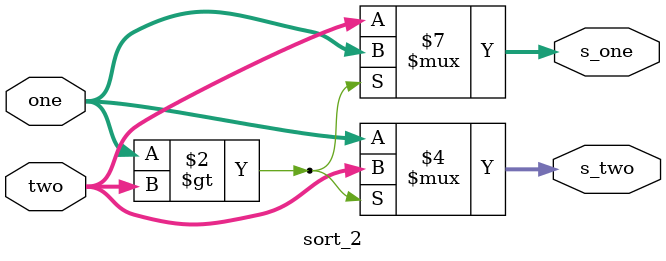
<source format=v>
module check_winner(clk, rst, check_the_winner, P1C1, P1C2, P2C1, P2C2, flop, turn, river, checked, winner_done, actions_from_last_betting_round, player_wins);
input clk, rst;
input [5:0]P1C1, P1C2, P2C1, P2C2, turn, river; // cards
input [17:0]flop;
input check_the_winner; // request to check if there is a winner
output winner_done; // signal goes high to indicate winner
reg winner_done;
output checked; // signal to indicate when winner has been picked
reg checked;
output [1:0]player_wins;
reg [1:0]player_wins;
reg [1:0]player_winner;

input [5:0]actions_from_last_betting_round;

reg done_fold_check;
reg done_hand_check;

reg[2:0] S, NS;
parameter 
WAIT = 3'b000,
CHECK_ACTIONS = 3'b001,
CHECK_HANDS = 3'b010,
S_WINNER_DONE = 3'b011,
INITIALIZE = 3'b100;

parameter // Note 000 reserved for no action
NO_ACTION = 3'b000,
FOLD = 3'b001,
CHECK = 3'b010,
BET = 3'b110,
RAISE = 3'b111,
ALL_IN = 3'b011;

parameter 
ID_PLAYER1 = 2'b01,
ID_PLAYER2 = 2'b10,
NOTHING = 2'b00,
DRAW = 2'b11;

always @(S or check_the_winner or done_fold_check or done_hand_check)
begin
	case (S)
		WAIT:
		begin
			if (check_the_winner == 1'b1)
			begin
				NS = INITIALIZE;
			end
			else
			begin
				NS = WAIT;
			end
		end
		INITIALIZE:
		begin
			NS = CHECK_ACTIONS;
		end
		CHECK_ACTIONS:
		begin
			if (done_fold_check == 1'b1)
			begin
				NS = CHECK_HANDS;
			end
			else if (done_hand_check == 1'b1)
			begin
				NS = S_WINNER_DONE;
			end
			else
			begin
				NS = CHECK_ACTIONS;
			end
		end
		CHECK_HANDS:
		begin
			if (done_hand_check == 1'b1)
			begin
				NS = S_WINNER_DONE;
			end
			else
			begin
				NS = CHECK_HANDS;
			end
		end
		S_WINNER_DONE:
		begin
			NS = WAIT;
		end
		default:
			NS = WAIT;
	endcase
end

always @(posedge clk or negedge rst)
begin
	if (rst == 1'b0)
		S <= WAIT;
	else
		S <= NS;
end

always @(posedge clk or negedge rst)
begin
	if (rst == 1'b0)
	begin
		done_fold_check <= 1'b0;
		done_hand_check <= 1'b0;
		checked <= 1'b0;
		winner_done <= 1'b0;
		player_wins <= NOTHING;
	end
	else
	begin
		case (S)
			WAIT:
			begin
				checked <= 1'b0;
				done_fold_check <= 1'b0;
				done_hand_check <= 1'b0;
				winner_done <= 1'b0;
			end
			INITIALIZE:
			begin
				player_wins <= NOTHING;
			end
			CHECK_ACTIONS:
			begin
				if (actions_from_last_betting_round[2:0] == FOLD)
				begin
					done_hand_check <= 1'b1;
					done_fold_check <= 1'b0;
					player_wins <= ID_PLAYER2; // PLAYER 2 wins
				end
				else if (actions_from_last_betting_round[5:3] == FOLD)
				begin
					done_hand_check <= 1'b1;
					done_fold_check <= 1'b0;
					player_wins <= ID_PLAYER1; // PLAYER 1 wins
				end
				else 
				begin
					done_hand_check <= 1'b0;
					done_fold_check <= 1'b1;
				end
			end
			CHECK_HANDS:
			begin
				done_fold_check <= 1'b0;
				done_hand_check <= 1'b1;
				if (river != 6'b000000)
					player_wins <= player_winner;
				else
					player_wins <= NOTHING;
			end
			S_WINNER_DONE:
			begin
				checked <= 1'b1;

				if (player_wins == ID_PLAYER1 || player_wins == ID_PLAYER2 || player_wins == DRAW)
				begin
					winner_done <= 1'b1;
				end
			end
		endcase
	end
end

wire [5:0]player1_card_one, player1_card_two, player1_card_three, player1_card_four, player1_card_five, player1_card_six, player1_card_seven;
wire [5:0]player2_card_one, player2_card_two, player2_card_three, player2_card_four, player2_card_five, player2_card_six, player2_card_seven;

/* sort the cards */
sort_cards player1(P1C1, P1C2, flop[5:0], flop[11:6], flop[17:12], turn, river, player1_card_one, player1_card_two, player1_card_three, player1_card_four, player1_card_five, player1_card_six, player1_card_seven);
sort_cards player2(P2C1, P2C2, flop[5:0], flop[11:6], flop[17:12], turn, river, player2_card_one, player2_card_two, player2_card_three, player2_card_four, player2_card_five, player2_card_six, player2_card_seven);

wire p1_flush;
wire[3:0] p1_flush_card_value1, p1_flush_card_value2, p1_flush_card_value3, p1_flush_card_value4, p1_flush_card_value5;
wire p2_flush;
wire[3:0] p2_flush_card_value1, p2_flush_card_value2, p2_flush_card_value3, p2_flush_card_value4, p2_flush_card_value5;
// find flush 
find_flush find_a_flush_for_player1(player1_card_one, player1_card_two, player1_card_three, player1_card_four, player1_card_five, player1_card_six, player1_card_seven, p1_flush, p1_flush_card_value1, p1_flush_card_value2, p1_flush_card_value3, p1_flush_card_value4, p1_flush_card_value5);
find_flush find_a_flush_for_player2(player2_card_one, player2_card_two, player2_card_three, player2_card_four, player2_card_five, player2_card_six, player2_card_seven, p2_flush, p2_flush_card_value1, p2_flush_card_value2, p2_flush_card_value3, p2_flush_card_value4, p2_flush_card_value5);

wire p1_full;
wire[3:0] p1_full_three_card_value;
wire[3:0] p1_full_two_card_value;
wire p2_full;
wire[3:0] p2_full_three_card_value;
wire[3:0] p2_full_two_card_value;
// find full house 
find_full_house find_full_for_player1(player1_card_one, player1_card_two, player1_card_three, player1_card_four, player1_card_five, player1_card_six, player1_card_seven, p1_full, p1_full_three_card_value, p1_full_two_card_value);
find_full_house find_full_for_player2(player2_card_one, player2_card_two, player2_card_three, player2_card_four, player2_card_five, player2_card_six, player2_card_seven, p2_full, p2_full_three_card_value, p2_full_two_card_value);

wire p1_four;
wire[3:0] p1_four_card_value;
wire p2_four;
wire[3:0] p2_four_card_value;
// find four of a kind 
find_four_of_a_kind find_four_for_player1(player1_card_one, player1_card_two, player1_card_three, player1_card_four, player1_card_five, player1_card_six, player1_card_seven, p1_four, p1_four_card_value);
find_four_of_a_kind find_four_for_player2(player2_card_one, player2_card_two, player2_card_three, player2_card_four, player2_card_five, player2_card_six, player2_card_seven, p2_four, p2_four_card_value);

wire p1_run, p1_run_flush;
wire[3:0] p1_run_card_value;
wire p2_run, p2_run_flush;
wire[3:0] p2_run_card_value;
// find run and highest card in run 
find_run find_a_run_for_player1(player1_card_one, player1_card_two, player1_card_three, player1_card_four, player1_card_five, player1_card_six, player1_card_seven, p1_run, p1_run_flush, p1_run_card_value);
find_run find_a_run_for_player2(player2_card_one, player2_card_two, player2_card_three, player2_card_four, player2_card_five, player2_card_six, player2_card_seven, p2_run, p2_run_flush, p2_run_card_value);


wire p1_three;
wire[3:0] p1_three_card_value;
wire[3:0] p1_three_kicker1, p1_three_kicker2;
wire p2_three;
wire[3:0] p2_three_card_value;
wire[3:0] p2_three_kicker1, p2_three_kicker2;
// find three of a kind 
find_three_of_a_kind find_three_for_player1(player1_card_one, player1_card_two, player1_card_three, player1_card_four, player1_card_five, player1_card_six, player1_card_seven, p1_three, p1_three_card_value, p1_three_kicker1, p1_three_kicker2);
find_three_of_a_kind find_three_for_player2(player2_card_one, player2_card_two, player2_card_three, player2_card_four, player2_card_five, player2_card_six, player2_card_seven, p2_three, p2_three_card_value, p2_three_kicker1, p2_three_kicker2);

wire p1_2pair;
wire[3:0]p1_2pair1_card_value, p1_2pair2_card_value, p1_kicker;
wire p2_2pair;
wire[3:0]p2_2pair1_card_value, p2_2pair2_card_value, p2_kicker;
// find 2 pair 
find_two_pair find_2_pair_player1(player1_card_one, player1_card_two, player1_card_three, player1_card_four, player1_card_five, player1_card_six, player1_card_seven, p1_2pair, p1_2pair1_card_value, p1_2pair2_card_value, p1_kicker);
find_two_pair find_2_pair_player2(player2_card_one, player2_card_two, player2_card_three, player2_card_four, player2_card_five, player2_card_six, player2_card_seven, p2_2pair, p2_2pair1_card_value, p2_2pair2_card_value, p2_kicker);

wire p1_pair;
wire[3:0]p1_pair1_card_value, p1_kicker1, p1_kicker2, p1_kicker3;
wire p2_pair;
wire[3:0]p2_pair1_card_value, p2_kicker1, p2_kicker2, p2_kicker3;
// find pair 
find_pair_hand find_pair_player1(player1_card_one, player1_card_two, player1_card_three, player1_card_four, player1_card_five, player1_card_six, player1_card_seven, p1_pair, p1_pair1_card_value, p1_kicker1, p1_kicker2, p1_kicker3);
find_pair_hand find_pair_player2(player2_card_one, player2_card_two, player2_card_three, player2_card_four, player2_card_five, player2_card_six, player2_card_seven, p2_pair, p2_pair1_card_value, p2_kicker1, p2_kicker2, p2_kicker3);

always @(
player1_card_one or player1_card_two or player1_card_three or player1_card_four or player1_card_five or
player2_card_one or player2_card_two or player2_card_three or player2_card_four or player2_card_five or
p1_full or p1_full_three_card_value or p1_full_two_card_value or p2_full or p2_full_three_card_value or p2_full_two_card_value or 
p1_four or p1_four_card_value or p2_four or p2_four_card_value or 
p1_flush or p1_flush_card_value1 or p1_flush_card_value2 or p1_flush_card_value3 or p1_flush_card_value4 or p1_flush_card_value5 or 
p2_flush or p2_flush_card_value1 or p2_flush_card_value2 or p2_flush_card_value3 or p2_flush_card_value4 or p2_flush_card_value5 or 
p1_2pair or p1_2pair1_card_value or p1_2pair2_card_value or p1_kicker or p2_2pair or p2_2pair1_card_value or p2_2pair2_card_value or p2_kicker or 
p1_pair or p1_pair1_card_value or p1_kicker1 or p1_kicker2 or p1_kicker3 or p2_pair or p2_pair1_card_value or p2_kicker1 or p2_kicker2 or p2_kicker3 or 
p1_three or p1_three_card_value or p2_three or p2_three_card_value or p1_three_kicker1 or p1_three_kicker2 or p2_three_kicker1 or p2_three_kicker2 or
p1_run or p1_run_flush or p2_run_flush or p1_run_card_value or p2_run or p2_run_card_value)
begin
	// FLUSH STRAIGHT 
	if (p1_run_flush == 1'b1)
	begin
		if (p2_run_flush == 1'b1)
		begin
			if (p1_run_card_value > p2_run_card_value)
			begin
				player_winner = ID_PLAYER1;
			end
			else if (p2_run_card_value > p1_run_card_value)
			begin
				player_winner = ID_PLAYER2;
			end
			else
			begin
				player_winner = DRAW;
			end
		end
		else
		begin
			player_winner = ID_PLAYER1;
		end
	end
	else if (p2_run_flush == 1'b1)
	begin
		player_winner = ID_PLAYER2;
	end
	// FOUR OF A KIND 
	else if (p1_four == 1'b1)
	begin
		if (p2_four == 1'b1)
		begin
			if (p1_four_card_value > p2_four_card_value)
			begin
				player_winner = ID_PLAYER1;
			end
			else if (p2_four_card_value > p1_four_card_value)
			begin
				player_winner = ID_PLAYER2;
			end
			else
			begin
				player_winner = DRAW;
			end
		end
		else
		begin
			player_winner = ID_PLAYER1;
		end
	end
	else if (p2_four == 1'b1)
	begin
		player_winner = ID_PLAYER2;
	end
	// FULL HOUSE LOGIC 
	else if (p1_full == 1'b1)
	begin
		if (p2_full == 1'b1)
		begin
			if (p1_full_three_card_value > p2_full_three_card_value)
			begin
				player_winner = ID_PLAYER1;
			end
			else if (p2_full_three_card_value > p1_full_three_card_value)
			begin
				player_winner = ID_PLAYER2;
			end
			else
			begin
				if (p1_full_two_card_value > p2_full_two_card_value)
				begin
					player_winner = ID_PLAYER1;
				end
				else if (p2_full_two_card_value > p1_full_two_card_value)
				begin
					player_winner = ID_PLAYER2;
				end
				else
				begin
					player_winner = DRAW;
				end
			end
		end
		else
		begin
			player_winner = ID_PLAYER1;
		end
	end
	else if (p2_full == 1'b1)
	begin
		player_winner = ID_PLAYER2;
	end
	// FLUSH 
	else if (p1_flush == 1'b1)
	begin
		if (p2_flush == 1'b1)
		begin
			if (p1_flush_card_value1 > p2_flush_card_value1)
			begin
				player_winner = ID_PLAYER1;
			end
			else if (p2_flush_card_value1 > p1_flush_card_value1)
			begin
				player_winner = ID_PLAYER2;
			end
			else
			begin
				if (p1_flush_card_value2 > p2_flush_card_value2)
				begin
					player_winner = ID_PLAYER1;
				end
				else if (p2_flush_card_value2 > p1_flush_card_value2)
				begin
					player_winner = ID_PLAYER2;
				end
				else
				begin
					if (p1_flush_card_value3 > p2_flush_card_value3)
					begin
						player_winner = ID_PLAYER1;
					end
					else if (p2_flush_card_value3 > p1_flush_card_value3)
					begin
						player_winner = ID_PLAYER2;
					end
					else
					begin
						if (p1_flush_card_value4 > p2_flush_card_value4)
						begin
							player_winner = ID_PLAYER1;
						end
						else if (p2_flush_card_value4 > p1_flush_card_value4)
						begin
							player_winner = ID_PLAYER2;
						end
						else
						begin
							if (p1_flush_card_value5 > p2_flush_card_value5)
							begin
								player_winner = ID_PLAYER1;
							end
							else if (p2_flush_card_value5 > p1_flush_card_value5)
							begin
								player_winner = ID_PLAYER2;
							end
							else
							begin
								player_winner = DRAW;
							end
						end
			
					end
				end
	
			end
		end
		else
		begin
			player_winner = ID_PLAYER1;
		end
	end
	else if (p2_flush == 1'b1)
	begin
		player_winner = ID_PLAYER2;
	end
	// STRAIGHT 
	else if (p1_run == 1'b1)
	begin
		if (p2_run == 1'b1)
		begin
			if (p1_run_card_value > p2_run_card_value)
			begin
				player_winner = ID_PLAYER1;
			end
			else if (p2_run_card_value > p1_run_card_value)
			begin
				player_winner = ID_PLAYER2;
			end
			else
			begin
				player_winner = DRAW;
			end
		end
		else
		begin
			player_winner = ID_PLAYER1;
		end
	end
	else if (p2_run == 1'b1)
	begin
		player_winner = ID_PLAYER2;
	end
	// THREE OF A KIND 
	else if (p1_three == 1'b1)
	begin
		if (p2_three == 1'b1)
		begin
			if (p1_three_card_value > p2_three_card_value)
			begin
				player_winner = ID_PLAYER1;
			end
			else if (p2_three_card_value > p1_three_card_value)
			begin
				player_winner = ID_PLAYER2;
			end
			else
			begin
				if (p1_three_kicker1 > p2_three_kicker1)
				begin
					player_winner = ID_PLAYER1;
				end
				else if (p2_three_kicker1 > p1_three_kicker1)
				begin
					player_winner = ID_PLAYER2;
				end
				else
				begin
					if (p1_three_kicker2 > p2_three_kicker2)
					begin
						player_winner = ID_PLAYER1;
					end
					else if (p2_three_kicker2 > p1_three_kicker2)
					begin
						player_winner = ID_PLAYER2;
					end
					else
					begin
						player_winner = DRAW;
					end
				end
			end
		end
		else
		begin
			player_winner = ID_PLAYER1;
		end
	end
	else if (p2_three == 1'b1)
	begin
		player_winner = ID_PLAYER2;
	end
	// TWO PAIR 
	else if (p1_2pair == 1'b1)
	begin
		if (p2_2pair == 1'b1)
		begin
			if (p1_2pair1_card_value > p2_2pair1_card_value)
			begin
				player_winner = ID_PLAYER1;
			end
			else if (p2_2pair1_card_value > p1_2pair1_card_value)
			begin
				player_winner = ID_PLAYER2;
			end
			else
			begin
				if (p1_2pair2_card_value > p2_2pair2_card_value)
				begin
					player_winner = ID_PLAYER1;
				end
				else if (p2_2pair2_card_value > p1_2pair2_card_value)
				begin
					player_winner = ID_PLAYER2;
				end
				else
				begin
					if (p1_kicker > p2_kicker)
					begin
						player_winner = ID_PLAYER1;
					end
					else if (p2_kicker > p1_kicker)
					begin
						player_winner = ID_PLAYER2;
					end
					else
					begin
						player_winner = DRAW;
					end
				end
			end
		end
		else
		begin
			player_winner = ID_PLAYER1;
		end
	end
	else if (p2_2pair == 1'b1)
	begin
		player_winner = ID_PLAYER2;
	end
	// pair 
	else if (p1_pair == 1'b1)
	begin
		if (p2_pair == 1'b1)
		begin
			if (p1_pair1_card_value > p2_pair1_card_value)
			begin
				player_winner = ID_PLAYER1;
			end
			else if (p2_pair1_card_value > p1_pair1_card_value)
			begin
				player_winner = ID_PLAYER2;
			end
			else
			begin
				if (p1_kicker1 > p2_kicker1)
				begin
					player_winner = ID_PLAYER1;
				end
				else if (p2_kicker1 > p1_kicker1)
				begin
					player_winner = ID_PLAYER2;
				end
				else
				begin
					if (p1_kicker2 > p2_kicker2)
					begin
						player_winner = ID_PLAYER1;
					end
					else if (p2_kicker2 > p1_kicker2)
					begin
						player_winner = ID_PLAYER2;
					end
					else
					begin
						if (p1_kicker3 > p2_kicker3)
						begin
							player_winner = ID_PLAYER1;
						end
						else if (p2_kicker3 > p1_kicker3)
						begin
							player_winner = ID_PLAYER2;
						end
						else
						begin
							player_winner = DRAW;
						end
			
					end
				end
	
			end
		end
		else
		begin
			player_winner = ID_PLAYER1;
		end
	end
	else if (p2_pair == 1'b1)
	begin
		player_winner = ID_PLAYER2;
	end
	// HIGH CARD
	else
	begin
		if (player1_card_one > player2_card_one)
		begin
			player_winner = ID_PLAYER1;
		end
		else if (player2_card_one > player1_card_one)
		begin
			player_winner = ID_PLAYER2;
		end
		else
		begin
			if (player1_card_two > player2_card_two)
			begin
				player_winner = ID_PLAYER1;
			end
			else if (player2_card_two > player1_card_two)
			begin
				player_winner = ID_PLAYER2;
			end
			else
			begin
				if (player1_card_three > player2_card_three)
				begin
					player_winner = ID_PLAYER1;
				end
				else if (player2_card_three > player1_card_three)
				begin
					player_winner = ID_PLAYER2;
				end
				else
				begin
					if (player1_card_four > player2_card_four)
					begin
						player_winner = ID_PLAYER1;
					end
					else if (player2_card_four > player1_card_four)
					begin
						player_winner = ID_PLAYER2;
					end
					else
					begin
						if (player1_card_five > player2_card_five)
						begin
							player_winner = ID_PLAYER1;
						end
						else if (player2_card_five > player1_card_five)
						begin
							player_winner = ID_PLAYER2;
						end
						else
						begin
							player_winner = DRAW;
						end
					end
				end
			end
		end
	end
end

endmodule

/*-----------------------------------------------------------
-------------------------------------------------------------
find_pair_hand
-------------------------------------------------------------
-----------------------------------------------------------*/
module find_pair_hand(one, two, three, four, five, six, seven, found, pair1_card_value, kicker1, kicker2, kicker3);
input [5:0]one, two, three, four, five, six, seven; 
output found;
output [3:0]pair1_card_value;
output [3:0]kicker1, kicker2, kicker3;
wire found;
wire [3:0]pair1_card_value;
reg [3:0]kicker1, kicker2, kicker3;

wire [3:0]n_one, n_two, n_three, n_four, n_five, n_six, n_seven; 
wire [3:0]o_one, o_two, o_three, o_four, o_five, o_six, o_seven; 
wire [3:0]p_one, p_two, p_three, p_four, p_five, p_six, p_seven; 

find_pair find_pair1(one, two, three, four, five, six, seven, found, pair1_card_value);

// remove the pair
assign p_one = (pair1_card_value == one[3:0]) ? 4'b0000 : one[3:0];
assign p_two = (pair1_card_value == two[3:0]) ? 4'b0000 : two[3:0];
assign p_three = (pair1_card_value == three[3:0]) ? 4'b0000 : three[3:0];
assign p_four = (pair1_card_value == four[3:0]) ? 4'b0000 : four[3:0];
assign p_five = (pair1_card_value == five[3:0]) ? 4'b0000 : five[3:0];
assign p_six = (pair1_card_value == six[3:0]) ? 4'b0000 : six[3:0];
assign p_seven = (pair1_card_value == seven[3:0]) ? 4'b0000 : seven[3:0];

assign n_one = (kicker1 == one[3:0]) ? 4'b0000 : one[3:0];
assign n_two = (kicker1 == two[3:0]) ? 4'b0000 : two[3:0];
assign n_three = (kicker1 == three[3:0]) ? 4'b0000 : three[3:0];
assign n_four = (kicker1 == four[3:0]) ? 4'b0000 : four[3:0];
assign n_five = (kicker1 == five[3:0]) ? 4'b0000 : five[3:0];
assign n_six = (kicker1 == six[3:0]) ? 4'b0000 : six[3:0];
assign n_seven = (kicker1 == seven[3:0]) ? 4'b0000 : seven[3:0];

assign o_one = (kicker2 == one[3:0]) ? 4'b0000 : one[3:0];
assign o_two = (kicker2 == two[3:0]) ? 4'b0000 : two[3:0];
assign o_three = (kicker2 == three[3:0]) ? 4'b0000 : three[3:0];
assign o_four = (kicker2 == four[3:0]) ? 4'b0000 : four[3:0];
assign o_five = (kicker2 == five[3:0]) ? 4'b0000 : five[3:0];
assign o_six = (kicker2 == six[3:0]) ? 4'b0000 : six[3:0];
assign o_seven = (kicker2 == seven[3:0]) ? 4'b0000 : seven[3:0];

always @(found or one or two or three or four or five or six or seven or 
n_one or  n_two or  n_three or  n_four or  n_five or  n_six or  n_seven or  
o_one or  o_two or  o_three or  o_four or  o_five or  o_six or  o_seven or  
p_one or  p_two or  p_three or  p_four or  p_five or  p_six or  p_seven) 
begin
	if (found == 1'b1)
	begin
		if (p_one != 4'b0000)
		begin
			kicker1 = one[3:0];
		end
		else if (p_two != 4'b0000)
		begin
			kicker1 = two[3:0];
		end
		else if (p_three != 4'b0000)
		begin
			kicker1 = three[3:0];
		end
		else if (p_four != 4'b0000)
		begin
			kicker1 = four[3:0];
		end
		else if (p_five != 4'b0000)
		begin
			kicker1 = five[3:0];
		end
		else if (p_six != 4'b0000)
		begin
			kicker1 = six[3:0];
		end
		else if (p_seven != 4'b0000)
		begin
			kicker1 = seven[3:0];
		end
		else
			kicker1 = 4'b0000;

		if (n_one != 4'b0000)
		begin
			kicker2 = one[3:0];
		end
		else if (n_two != 4'b0000)
		begin
			kicker2 = two[3:0];
		end
		else if (n_three != 4'b0000)
		begin
			kicker2 = three[3:0];
		end
		else if (n_four != 4'b0000)
		begin
			kicker2 = four[3:0];
		end
		else if (n_five != 4'b0000)
		begin
			kicker2 = five[3:0];
		end
		else if (n_six != 4'b0000)
		begin
			kicker2 = six[3:0];
		end
		else if (n_seven != 4'b0000)
		begin
			kicker2 = seven[3:0];
		end
		else
			kicker2 = 4'b0000;

		if (o_one != 4'b0000)
		begin
			kicker3 = one[3:0];
		end
		else if (o_two != 4'b0000)
		begin
			kicker3 = two[3:0];
		end
		else if (o_three != 4'b0000)
		begin
			kicker3 = three[3:0];
		end
		else if (o_four != 4'b0000)
		begin
			kicker3 = four[3:0];
		end
		else if (o_five != 4'b0000)
		begin
			kicker3 = five[3:0];
		end
		else if (o_six != 4'b0000)
		begin
			kicker3 = six[3:0];
		end
		else if (o_seven != 4'b0000)
		begin
			kicker3 = seven[3:0];
		end
		else
			kicker3 = 4'b0000;
	end
	else
	begin
		kicker1 = 4'b0000;
		kicker2 = 4'b0000;
		kicker3 = 4'b0000;
	end
end

endmodule

/*-----------------------------------------------------------
-------------------------------------------------------------
find_pair
-------------------------------------------------------------
-----------------------------------------------------------*/
module find_pair(one, two, three, four, five, six, seven, found, card_value);
input [5:0]one, two, three, four, five, six, seven; 
output found;
output [3:0]card_value;
reg found;
reg [3:0]card_value;

wire [3:0]m_one, m_two, m_three, m_four, m_five, m_six, m_seven; 

assign m_one = one[3:0];
assign m_two = two[3:0];
assign m_three = three[3:0];
assign m_four = four[3:0];
assign m_five = five[3:0];
assign m_six = six[3:0];
assign m_seven = seven[3:0];

always @(one or two or three or four or five or six or seven or 
m_one or  m_two or  m_three or  m_four or  m_five or  m_six or  m_seven)
begin
	if (m_one == m_two)
	begin
		card_value = one[3:0];
		found = 1'b1;
	end
	else if (m_two == m_three)
	begin
		card_value = two[3:0];
		found = 1'b1;
	end
	else if (m_three == m_four)
	begin
		card_value = three[3:0];
		found = 1'b1;
	end
	else if (m_four == m_five)
	begin
		card_value = four[3:0];
		found = 1'b1;
	end
	else if (m_five == m_six)
	begin
		card_value = five[3:0];
		found = 1'b1;
	end
	else if (m_six == m_seven)
	begin
		card_value = six[3:0];
		found = 1'b1;
	end
	else
	begin
		card_value = 4'b0000;
		found = 1'b0;
	end

end

endmodule
	
/*-----------------------------------------------------------
-------------------------------------------------------------
find_two_pair
-------------------------------------------------------------
-----------------------------------------------------------*/
module find_two_pair(one, two, three, four, five, six, seven, found, pair1_card_value, pair2_card_value, kicker);
input [5:0]one, two, three, four, five, six, seven; 
output found;
output [3:0]pair1_card_value;
output [3:0]pair2_card_value;
output [3:0]kicker;
reg found;
wire [3:0]pair1_card_value;
wire [3:0]pair2_card_value;
reg [3:0]kicker;

wire [3:0]m_one, m_two, m_three, m_four, m_five, m_six, m_seven; 
wire [3:0]n_one, n_two, n_three, n_four, n_five, n_six, n_seven; 

assign m_one = one[3:0];
assign m_two = two[3:0];
assign m_three = three[3:0];
assign m_four = four[3:0];
assign m_five = five[3:0];
assign m_six = six[3:0];
assign m_seven = seven[3:0];

wire pair1;
wire pair2;

find_pair find_pair1({2'b00, m_one}, {2'b00, m_two}, {2'b00, m_three}, {2'b00, m_four}, {2'b00, m_five}, {2'b00, m_six}, {2'b00, m_seven}, pair1, pair1_card_value);

// remove the pair
assign n_one = (pair1_card_value == one[3:0]) ? 4'b0000 : one[3:0];
assign n_two = (pair1_card_value == two[3:0]) ? 4'b0000 : two[3:0];
assign n_three = (pair1_card_value == three[3:0]) ? 4'b0000 : three[3:0];
assign n_four = (pair1_card_value == four[3:0]) ? 4'b0000 : four[3:0];
assign n_five = (pair1_card_value == five[3:0]) ? 4'b0000 : five[3:0];
assign n_six = (pair1_card_value == six[3:0]) ? 4'b0000 : six[3:0];
assign n_seven = (pair1_card_value == seven[3:0]) ? 4'b0000 :seven[3:0];

find_pair find_pair2({2'b00, n_one}, {2'b00, n_two}, {2'b00, n_three}, {2'b00, n_four}, {2'b00, n_five}, {2'b00, n_six}, {2'b00, n_seven}, pair2, pair2_card_value);

always @(one or two or three or four or five or six or seven or
pair1 or pair2 or pair1_card_value or pair2_card_value) 
begin
	if (pair1 == 1'b1 && pair2 == 1'b1)
	begin
		if (pair1_card_value != one[3:0] && pair2_card_value != one[3:0])
		begin
			found = 1'b1;
			kicker = one[3:0];
		end
		else if (pair1_card_value != two[3:0] && pair2_card_value != two[3:0])	
		begin
			found = 1'b1;
			kicker = two[3:0];
		end
		else if (pair1_card_value != three[3:0] && pair2_card_value != three[3:0])	
		begin
			found = 1'b1;
			kicker = three[3:0];
		end
		else if (pair1_card_value != four[3:0] && pair2_card_value != four[3:0])	
		begin
			found = 1'b1;
			kicker = four[3:0];
		end
		else if (pair1_card_value != five[3:0] && pair2_card_value != five[3:0])	
		begin
			found = 1'b1;
			kicker = five[3:0];
		end
		else if (pair1_card_value != six[3:0] && pair2_card_value != six[3:0])	
		begin
			found = 1'b1;
			kicker = six[3:0];
		end
		else if (pair1_card_value != seven[3:0] && pair2_card_value != seven[3:0])
		begin
			found = 1'b1;
			kicker = seven[3:0];
		end
		else
		begin
			kicker = 4'b0000;
			found = 1'b0;
		end
	end
	else
	begin
		kicker = 4'b0000;
		found = 1'b0;
	end
end

endmodule

/*-----------------------------------------------------------
-------------------------------------------------------------
find_full_house
-------------------------------------------------------------
-----------------------------------------------------------*/
module find_full_house(one, two, three, four, five, six, seven, found, three_card_value, two_card_value);
input [5:0]one, two, three, four, five, six, seven; 
output found;
output [3:0]three_card_value;
output [3:0]two_card_value;
reg found;
wire[3:0]three_card_value;
reg [3:0]two_card_value;

wire [3:0]m_one, m_two, m_three, m_four, m_five, m_six, m_seven; 

assign m_one = one[3:0];
assign m_two = two[3:0];
assign m_three = three[3:0];
assign m_four = four[3:0];
assign m_five = five[3:0];
assign m_six = six[3:0];
assign m_seven = seven[3:0];

wire three_found;
wire[3:0]kicker1;
wire[3:0]kicker2;
find_three_of_a_kind find_three({2'b00, m_one}, {2'b00, m_two}, {2'b00, m_three}, {2'b00, m_four}, {2'b00, m_five}, {2'b00, m_six}, {2'b00, m_seven}, three_found, three_card_value, kicker1, kicker2); // kickers not wired...

always @(three_found or three_card_value or one or two or three or four or five or six or seven or 
m_one or  m_two or  m_three or  m_four or  m_five or  m_six or  m_seven) 
begin
	if (three_found == 1'b1)
	begin
		if (three_card_value != one[3:0] && three_card_value != two[3:0] && m_one == m_two)
		begin
			two_card_value = one[3:0];
			found = 1'b1;
		end
		else if (three_card_value != two[3:0] && three_card_value != three[3:0] && m_two == m_three)
		begin
			two_card_value = two[3:0];
			found = 1'b1;
		end
		else if (three_card_value != three[3:0] && three_card_value != four[3:0] && m_three == m_four)
		begin
			two_card_value = three[3:0];
			found = 1'b1;
		end
		else if (three_card_value != four[3:0] && three_card_value != five[3:0] && m_four == m_five)
		begin
			two_card_value = four[3:0];
			found = 1'b1;
		end
		else if (three_card_value != five[3:0] && three_card_value != six[3:0] && m_five == m_six)
		begin
			two_card_value = five[3:0];
			found = 1'b1;
		end
		else if (three_card_value != six[3:0] && three_card_value != seven[3:0] && m_six == m_seven)
		begin
			two_card_value = six[3:0];
			found = 1'b1;
		end
		else
		begin
			two_card_value = 4'b0000;
			found = 1'b0;
		end
	end
	else
	begin
		two_card_value = 4'b0000;
		found = 1'b0;
	end
end

endmodule

/*-----------------------------------------------------------
-------------------------------------------------------------
find_three_of_a_kind
-------------------------------------------------------------
-----------------------------------------------------------*/
module find_three_of_a_kind(one, two, three, four, five, six, seven, found, card_value, kicker1, kicker2);
input [5:0]one, two, three, four, five, six, seven; 
output found;
output [3:0]card_value;
output [3:0]kicker1, kicker2;
reg found;
reg [3:0]card_value;
reg [3:0]kicker1, kicker2;

wire [3:0]m_one, m_two, m_three, m_four, m_five, m_six, m_seven; 

assign m_one = one[3:0];
assign m_two = two[3:0];
assign m_three = three[3:0];
assign m_four = four[3:0];
assign m_five = five[3:0];
assign m_six = six[3:0];
assign m_seven = seven[3:0];

always @(one or two or three or four or five or six or seven or
m_one or  m_two or  m_three or  m_four or  m_five or  m_six or  m_seven) 
begin
	if (m_one == m_two && m_two == m_three)
	begin
		card_value = one[3:0];
		kicker1 = four[3:0];
		kicker2 = five[3:0];
		found = 1'b1;
	end
	else if (m_two == m_three && m_three == m_four)
	begin
		card_value = two[3:0];
		kicker1 = one[3:0];
		kicker2 = four[3:0];
		found = 1'b1;
	end
	else if (m_four == m_five && m_three == m_four)
	begin
		card_value = three[3:0];
		kicker1 = one[3:0];
		kicker2 = two[3:0];
		found = 1'b1;
	end
	else if (m_four == m_five && m_five == m_six)
	begin
		card_value = four[3:0];
		kicker1 = one[3:0];
		kicker2 = two[3:0];
		found = 1'b1;
	end
	else if (m_six == m_seven && m_five == m_six)
	begin
		card_value = five[3:0];
		kicker1 = one[3:0];
		kicker2 = two[3:0];
		found = 1'b1;
	end
	else
	begin
		card_value = 4'b0000;
		kicker1 = 4'b0000;
		kicker2 = 4'b0000;
		found = 1'b0;
	end
end

endmodule

/*-----------------------------------------------------------
-------------------------------------------------------------
 find_four_of_a_kind
-------------------------------------------------------------
-----------------------------------------------------------*/
module find_four_of_a_kind(one, two, three, four, five, six, seven, found, card_value);
input [5:0]one, two, three, four, five, six, seven; 
output found;
output [3:0]card_value;
reg found;
reg [3:0]card_value;

wire [3:0]m_one, m_two, m_three, m_four, m_five, m_six, m_seven; 

assign m_one = one[3:0];
assign m_two = two[3:0];
assign m_three = three[3:0];
assign m_four = four[3:0];
assign m_five = five[3:0];
assign m_six = six[3:0];
assign m_seven = seven[3:0];

always @(one or two or three or four or five or six or seven or
m_one or  m_two or  m_three or  m_four or  m_five or  m_six or  m_seven) 
begin
	if (m_one == m_two && m_two == m_three && m_three == m_four)
	begin
		card_value = one[3:0];
		found = 1'b1;
	end
	else if (m_four == m_five && m_two == m_three && m_three == m_four)
	begin
		card_value = two[3:0];
		found = 1'b1;
	end
	else if (m_four == m_five && m_five == m_six && m_three == m_four)
	begin
		card_value = three[3:0];
		found = 1'b1;
	end
	else if (m_four == m_five && m_five == m_six && m_six == m_seven)
	begin
		card_value = four[3:0];
		found = 1'b1;
	end
	else
	begin
		card_value = 4'b0000;
		found = 1'b0;
	end
end

endmodule

/*-----------------------------------------------------------
-------------------------------------------------------------
find_flush
-------------------------------------------------------------
-----------------------------------------------------------*/
module find_flush(one, two, three, four, five, six, seven, flush, card_value1, card_value2, card_value3, card_value4, card_value5);
input [5:0]one, two, three, four, five, six, seven; 
output flush;
output [3:0]card_value1;
output [3:0]card_value2;
output [3:0]card_value3;
output [3:0]card_value4;
output [3:0]card_value5;
reg flush;
wire [3:0]card_value, card_value2, card_value3, card_value4, card_value5;

wire [1:0]suit_one, suit_two, suit_three, suit_four, suit_five, suit_six, suit_seven; 
assign suit_one = one[5:4];
assign suit_two = two[5:4];
assign suit_three = three[5:4];
assign suit_four = four[5:4];
assign suit_five = five[5:4];
assign suit_six = six[5:4];
assign suit_seven = seven[5:4];

wire heart_one, heart_two, heart_three, heart_four, heart_five, heart_six, heart_seven; 
assign heart_one   = (suit_one   == 2'b11) ? 1'b1 : 1'b0;
assign heart_two   = (suit_two   == 2'b11) ? 1'b1 : 1'b0;
assign heart_three = (suit_three == 2'b11) ? 1'b1 : 1'b0;
assign heart_four  = (suit_four  == 2'b11) ? 1'b1 : 1'b0;
assign heart_five  = (suit_five  == 2'b11) ? 1'b1 : 1'b0;
assign heart_six   = (suit_six   == 2'b11) ? 1'b1 : 1'b0;
assign heart_seven = (suit_seven == 2'b11) ? 1'b1 : 1'b0;
wire diamond_one, diamond_two, diamond_three, diamond_four, diamond_five, diamond_six, diamond_seven; 
assign diamond_one   = (suit_one   == 2'b10) ? 1'b1 : 1'b0;
assign diamond_two   = (suit_two   == 2'b10) ? 1'b1 : 1'b0;
assign diamond_three = (suit_three == 2'b10) ? 1'b1 : 1'b0;
assign diamond_four  = (suit_four  == 2'b10) ? 1'b1 : 1'b0;
assign diamond_five  = (suit_five  == 2'b10) ? 1'b1 : 1'b0;
assign diamond_six   = (suit_six   == 2'b10) ? 1'b1 : 1'b0;
assign diamond_seven = (suit_seven == 2'b10) ? 1'b1 : 1'b0;
wire spade_one, spade_two, spade_three, spade_four, spade_five, spade_six, spade_seven; 
assign spade_one   = (suit_one   == 2'b00) ? 1'b1 : 1'b0;
assign spade_two   = (suit_two   == 2'b00) ? 1'b1 : 1'b0;
assign spade_three = (suit_three == 2'b00) ? 1'b1 : 1'b0;
assign spade_four  = (suit_four  == 2'b00) ? 1'b1 : 1'b0;
assign spade_five  = (suit_five  == 2'b00) ? 1'b1 : 1'b0;
assign spade_six   = (suit_six   == 2'b00) ? 1'b1 : 1'b0;
assign spade_seven = (suit_seven == 2'b00) ? 1'b1 : 1'b0;
wire club_one, club_two, club_three, club_four, club_five, club_six, club_seven; 
assign club_one   = (suit_one   == 2'b01) ? 1'b1 : 1'b0;
assign club_two   = (suit_two   == 2'b01) ? 1'b1 : 1'b0;
assign club_three = (suit_three == 2'b01) ? 1'b1 : 1'b0;
assign club_four  = (suit_four  == 2'b01) ? 1'b1 : 1'b0;
assign club_five  = (suit_five  == 2'b01) ? 1'b1 : 1'b0;
assign club_six   = (suit_six   == 2'b01) ? 1'b1 : 1'b0;
assign club_seven = (suit_seven == 2'b01) ? 1'b1 : 1'b0;

wire [3:0]heart_card_one, heart_card_two, heart_card_three, heart_card_four, heart_card_five, heart_card_six, heart_card_seven; 
assign heart_card_one   = (suit_one   == 2'b11) ? one[3:0] : 4'b0000;
assign heart_card_two   = (suit_two   == 2'b11) ? two[3:0] : 4'b0000;
assign heart_card_three = (suit_three == 2'b11) ? three[3:0] : 4'b0000;
assign heart_card_four  = (suit_four  == 2'b11) ? four[3:0] : 4'b0000;
assign heart_card_five  = (suit_five  == 2'b11) ? five[3:0] : 4'b0000;
assign heart_card_six   = (suit_six   == 2'b11) ? six[3:0] : 4'b0000;
assign heart_card_seven = (suit_seven == 2'b11) ? seven[3:0] : 4'b0000;
wire [3:0]diamond_card_one, diamond_card_two, diamond_card_three, diamond_card_four, diamond_card_five, diamond_card_six, diamond_card_seven; 
assign diamond_card_one   = (suit_one   == 2'b10) ? one[3:0] : 4'b0000;
assign diamond_card_two   = (suit_two   == 2'b10) ? two[3:0] : 4'b0000;
assign diamond_card_three = (suit_three == 2'b10) ? three[3:0] : 4'b0000;
assign diamond_card_four  = (suit_four  == 2'b10) ? four[3:0] : 4'b0000;
assign diamond_card_five  = (suit_five  == 2'b10) ? five[3:0] : 4'b0000;
assign diamond_card_six   = (suit_six   == 2'b10) ? six[3:0] : 4'b0000;
assign diamond_card_seven = (suit_seven == 2'b10) ? seven[3:0] : 4'b0000;
wire [3:0]spade_card_one, spade_card_two, spade_card_three, spade_card_four, spade_card_five, spade_card_six, spade_card_seven; 
assign spade_card_one   = (suit_one   == 2'b00) ? one[3:0] : 4'b0000;
assign spade_card_two   = (suit_two   == 2'b00) ? two[3:0] : 4'b0000;
assign spade_card_three = (suit_three == 2'b00) ? three[3:0] : 4'b0000;
assign spade_card_four  = (suit_four  == 2'b00) ? four[3:0] : 4'b0000;
assign spade_card_five  = (suit_five  == 2'b00) ? five[3:0] : 4'b0000;
assign spade_card_six   = (suit_six   == 2'b00) ? six[3:0] : 4'b0000;
assign spade_card_seven = (suit_seven == 2'b00) ? seven[3:0] : 4'b0000;
wire [3:0]club_card_one, club_card_two, club_card_three, club_card_four, club_card_five, club_card_six, club_card_seven; 
assign club_card_one   = (suit_one   == 2'b01) ? one[3:0] : 4'b0000;
assign club_card_two   = (suit_two   == 2'b01) ? two[3:0] : 4'b0000;
assign club_card_three = (suit_three == 2'b01) ? three[3:0] : 4'b0000;
assign club_card_four  = (suit_four  == 2'b01) ? four[3:0] : 4'b0000;
assign club_card_five  = (suit_five  == 2'b01) ? five[3:0] : 4'b0000;
assign club_card_six   = (suit_six   == 2'b01) ? six[3:0] : 4'b0000;
assign club_card_seven = (suit_seven == 2'b01) ? seven[3:0] : 4'b0000;

wire [2:0]hearts;
assign hearts = heart_one + heart_two + heart_three + heart_four + heart_five + heart_six + heart_seven;
wire [2:0]diamonds;
assign diamonds = diamond_one + diamond_two + diamond_three + diamond_four + diamond_five + diamond_six + diamond_seven;
wire [2:0]spades;
assign spades = spade_one + spade_two + spade_three + spade_four + spade_five + spade_six + spade_seven;
wire [2:0]clubs;
assign clubs = club_one + club_two + club_three + club_four + club_five + club_six + club_seven;

reg [5:0]flush_card1, flush_card2, flush_card3, flush_card4, flush_card5, flush_card6, flush_card7;
wire [5:0]not_need1, not_need2;
sort_cards sort_the_flush(flush_card1, flush_card2, flush_card3, flush_card4, flush_card5, flush_card6, flush_card7, card_value1, card_value2, card_value3, card_value4, card_value5, not_need1, not_need2); 

always @(hearts or diamonds or spades or clubs or
heart_card_one or  heart_card_two or  heart_card_three or  heart_card_four or  heart_card_five or  heart_card_six or  heart_card_seven or  
diamond_card_one or  diamond_card_two or  diamond_card_three or  diamond_card_four or  diamond_card_five or  diamond_card_six or  diamond_card_seven or  
spade_card_one or  spade_card_two or  spade_card_three or  spade_card_four or  spade_card_five or  spade_card_six or  spade_card_seven or  
club_card_one or  club_card_two or  club_card_three or  club_card_four or  club_card_five or  club_card_six or  club_card_seven)
begin
	if (hearts >= 5)
	begin
		flush = 1'b1;
		flush_card1 = {2'b00, heart_card_one};
		flush_card2 = {2'b00, heart_card_two};
		flush_card3 = {2'b00, heart_card_three};
		flush_card4 = {2'b00, heart_card_four};
		flush_card5 = {2'b00, heart_card_five};
		flush_card6 = {2'b00, heart_card_six};
		flush_card7 = {2'b00, heart_card_seven};
	end
	else if (diamonds >= 5)
	begin
		flush = 1'b1;
		flush_card1 = {2'b00, diamond_card_one};
		flush_card2 = {2'b00, diamond_card_two};
		flush_card3 = {2'b00, diamond_card_three};
		flush_card4 = {2'b00, diamond_card_four};
		flush_card5 = {2'b00, diamond_card_five};
		flush_card6 = {2'b00, diamond_card_six};
		flush_card7 = {2'b00, diamond_card_seven};
	end
	else if (spades >= 5)
	begin
		flush = 1'b1;
		flush_card1 = {2'b00, spade_card_one};
		flush_card2 = {2'b00, spade_card_two};
		flush_card3 = {2'b00, spade_card_three};
		flush_card4 = {2'b00, spade_card_four};
		flush_card5 = {2'b00, spade_card_five};
		flush_card6 = {2'b00, spade_card_six};
		flush_card7 = {2'b00, spade_card_seven};
	end
	else if (clubs >= 5)
	begin
		flush = 1'b1;
		flush_card1 = {2'b00, club_card_one};
		flush_card2 = {2'b00, club_card_two};
		flush_card3 = {2'b00, club_card_three};
		flush_card4 = {2'b00, club_card_four};
		flush_card5 = {2'b00, club_card_five};
		flush_card6 = {2'b00, club_card_six};
		flush_card7 = {2'b00, club_card_seven};
	end
	else
	begin
		flush = 1'b0;
		flush_card1 = 6'b000000;
		flush_card2 = 6'b000000;
		flush_card3 = 6'b000000;
		flush_card4 = 6'b000000;
		flush_card5 = 6'b000000;
		flush_card6 = 6'b000000;
		flush_card7 = 6'b000000;
	end
end

endmodule

/*-----------------------------------------------------------
-------------------------------------------------------------
 find_run
-------------------------------------------------------------
-----------------------------------------------------------*/
module find_run(one, two, three, four, five, six, seven, run, run_flush, card_value);
input [5:0]one, two, three, four, five, six, seven; 
output run;
output run_flush;
output [3:0]card_value;
reg run;
reg run_flush;
reg [3:0]card_value;

wire [5:0]/*m_one,*/ m_two, m_three, m_four, m_five, m_six, m_seven; 
wire [5:0]u_one, u_two, u_three, u_four, u_five, u_six, u_seven; // unique
wire [5:0]us_one, us_two, us_three, us_four, us_five, us_six, us_seven; 

// for any duplicates put a 0 in that card spot
unique_set remove_duplicates(one, two, three, four, five, six, seven, u_one, u_two, u_three, u_four, u_five, u_six, u_seven); 
// unique put 0's in duplicate spots, so we sort again to check for runs
sort_cards sort_the_unique(u_one, u_two, u_three, u_four, u_five, u_six, u_seven, us_one, us_two, us_three, us_four, us_five, us_six, us_seven); 

// pre do the subtraction
//assign m_one = {us_one[5:4], us_one[3:0] - 1'b1};
assign m_two = {us_two[5:4], us_two[3:0] - 1'b1};
assign m_three = {us_three[5:4], us_three[3:0] - 1'b1};
assign m_four = {us_four[5:4], us_four[3:0] - 1'b1};
assign m_five = {us_five[5:4], us_five[3:0] - 1'b1};
assign m_six = {us_six[5:4], us_six[3:0] - 1'b1};
assign m_seven = {us_seven[5:4], us_seven[3:0] - 1'b1};

always @(u_two or one or two or three or four or five or six or seven or m_two or m_three or m_four or m_five or m_six or m_seven or us_one or us_two or us_three or us_four or us_five or us_six or us_seven)
begin
	// Only three possible run spots starting at 1, 2, or 3...
	if (us_one[3:0] == m_two && us_two[3:0] == m_three && us_three[3:0] == m_four && us_four[3:0] == m_five && 
			us_one[5:4] == us_two[5:4] && us_two[5:4] == us_three[5:4] && us_three[5:4] == us_four[5:4] && us_four[5:4] == us_five[5:4])
	begin
		run_flush = 1'b1;
		run = 1'b0;
		card_value = one[3:0]; // 1
	end
	else if (us_two[3:0] == m_three  &&  us_three[3:0] == m_four  &&  us_four[3:0] == m_five  &&  us_five[3:0] == m_six &&
			us_two[5:4] == us_three[5:4] && us_three[5:4] == us_four[5:4] && us_four[5:4] == us_five[5:4] && us_five[5:4] == us_six[5:4])
	begin
		run_flush = 1'b1;
		run = 1'b0;
		// special case when the second card starts the run...could be the third card if duplicates
		if (u_two == 6'b000000)
			card_value = three[3:0]; // 3
		else
			card_value = two[3:0]; // 2
	end
	else if (us_three[3:0] == m_four  &&  us_four[3:0] == m_five  &&  us_five[3:0] == m_six  &&  us_six[3:0] == m_seven &&
			us_three[5:4] == us_four[5:4] && us_four[5:4] == us_five[5:4] && us_five[5:4] == us_six[5:4] && us_six[5:4] == us_seven[5:4])
	begin
		run_flush = 1'b1;
		run = 1'b0;
		card_value = three[3:0]; // 3
	end
	else if (us_one[3:0] == m_two && us_two[3:0] == m_three && us_three[3:0] == m_four && us_four[3:0] == m_five)
	begin
		run_flush = 1'b0;
		run = 1'b1;
		card_value = one[3:0]; // 1
	end
	else if (us_two[3:0] == m_three  &&  us_three[3:0] == m_four  &&  us_four[3:0] == m_five  &&  us_five[3:0] == m_six)
	begin
		run_flush = 1'b0;
		run = 1'b1;
		// special case when the second card starts the run...could be the third card if duplicates
		if (u_two == 6'b000000)
			card_value = three[3:0]; // 3
		else
			card_value = two[3:0]; // 2
	end
	else if (us_three[3:0] == m_four  &&  us_four[3:0] == m_five  &&  us_five[3:0] == m_six  &&  us_six[3:0] == m_seven)
	begin
		run_flush = 1'b0;
		run = 1'b1;
		card_value = three[3:0]; // 3
	end
	else
	begin
		run_flush = 1'b0;
		run = 1'b0;
		card_value = 4'b0000; // no run
	end
end

endmodule

/*-----------------------------------------------------------
-------------------------------------------------------------
unique_set
-------------------------------------------------------------
-----------------------------------------------------------*/
module unique_set (one, two, three, four, five, six, seven, u_one, u_two, u_three, u_four, u_five, u_six, u_seven); 
input [5:0]one, two, three, four, five, six, seven; 
output [5:0]u_one, u_two, u_three, u_four, u_five, u_six, u_seven; 
reg [5:0]u_one, u_two, u_three, u_four, u_five, u_six, u_seven; 

always @(one or two or three or four or five or six or seven) 
begin
	u_one = one;
	if (two == one)
		u_two = 6'b000000;
	else
		u_two = two;
	
	if (three == two)
		u_three = 6'b000000;
	else
		u_three = three;

	if (four == three)
		u_four = 6'b000000;
	else
		u_four = four;

	if (five == four)
		u_five = 6'b000000;
	else
		u_five = four;

	if (six == five)
		u_six = 6'b000000;
	else
		u_six = five;

	if (seven == six)
		u_seven = 6'b000000;
	else
		u_seven = five;
end
endmodule

/*-----------------------------------------------------------
-------------------------------------------------------------
 sort_cards
// sorts the cards combinationally via swaps
-------------------------------------------------------------
-----------------------------------------------------------*/
module sort_cards(one, two, three, four, five, six, seven, s_one, s_two, s_three, s_four, s_five, s_six, s_seven);
input [5:0]one, two, three, four, five, six, seven; 
output [5:0]s_one, s_two, s_three, s_four, s_five, s_six, s_seven;
wire [5:0]s_one, s_two, s_three, s_four, s_five, s_six, s_seven;

wire [5:0]s1_one, s1_two, s1_three, s1_four, s1_five, s1_six;
wire [5:0]s2_two, s2_three, s2_four, s2_five, s2_six;
wire [5:0]s3_one, s3_two, s3_three, s3_four, s3_five;
wire [5:0]s4_two, s4_three, s4_four, s4_five;
wire [5:0]s5_one, s5_two, s5_three, s5_four;
wire [5:0]s6_two, s6_three, s6_four;
wire [5:0]s7_one, s7_two, s7_three;
wire [5:0]s8_two, s8_three;
wire [5:0]s9_one, s9_two;
wire [5:0]s10_two;

// finds smallest and outputs in s_seven
sort_2 a1(one, two, s1_one, s1_two);
sort_2 b1(s1_two, three, s2_two, s1_three);
sort_2 c1(s1_three, four, s2_three, s1_four);
sort_2 d1(s1_four, five, s2_four, s1_five);
sort_2 e1(s1_five, six, s2_five, s1_six);
sort_2 f1(s1_six, seven, s2_six, s_seven);

sort_2 a2(s1_one,   s2_two,   s3_one,   s3_two);
sort_2 b2(s3_two,   s2_three, s4_two,   s3_three);
sort_2 c2(s3_three, s2_four,  s4_three, s3_four);
sort_2 d2(s3_four,  s2_five,  s4_four,  s3_five);
sort_2 e2(s3_five,  s2_six,   s4_five,  s_six);

sort_2 a3(s3_one,   s4_two,   s5_one,   s5_two);
sort_2 b3(s5_two,   s4_three, s6_two,   s5_three);
sort_2 c3(s5_three, s4_four,  s6_three, s5_four);
sort_2 d3(s5_four,  s4_five,  s6_four,  s_five);

sort_2 a4(s5_one,   s6_two,   s7_one,   s7_two);
sort_2 b4(s7_two,   s6_three, s8_two,   s7_three);
sort_2 c4(s7_three, s6_four,  s8_three, s_four);

sort_2 a5(s7_one,   s8_two,   s9_one,   s9_two);
sort_2 b5(s9_two,   s8_three, s10_two,   s_three);

sort_2 a6(s9_one,   s10_two,   s_one,   s_two);

endmodule

/*-----------------------------------------------------------
-------------------------------------------------------------
sort_2
-------------------------------------------------------------
-----------------------------------------------------------*/
module sort_2(one, two, s_one, s_two);
input [5:0]one, two;
output [5:0]s_one, s_two;
reg [5:0]s_one, s_two;

always @(one or two)
begin
	if (one > two)
	begin
		s_one = one;
		s_two = two;
	end
	else
	begin
		s_one = two;
		s_two = one;
	end


end
endmodule

</source>
